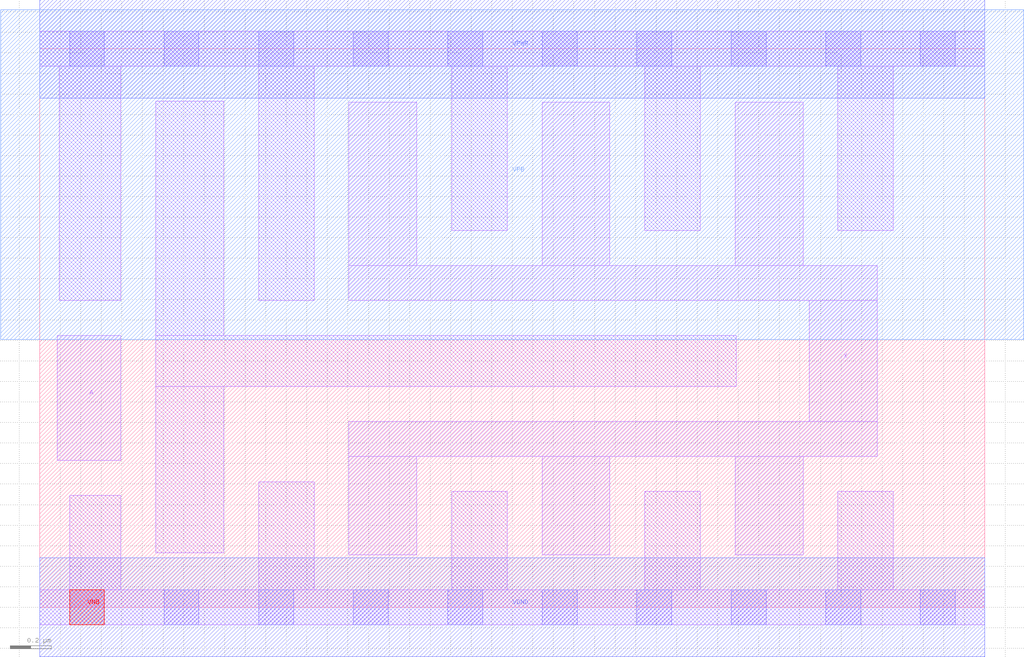
<source format=lef>
# Copyright 2020 The SkyWater PDK Authors
#
# Licensed under the Apache License, Version 2.0 (the "License");
# you may not use this file except in compliance with the License.
# You may obtain a copy of the License at
#
#     https://www.apache.org/licenses/LICENSE-2.0
#
# Unless required by applicable law or agreed to in writing, software
# distributed under the License is distributed on an "AS IS" BASIS,
# WITHOUT WARRANTIES OR CONDITIONS OF ANY KIND, either express or implied.
# See the License for the specific language governing permissions and
# limitations under the License.
#
# SPDX-License-Identifier: Apache-2.0

VERSION 5.7 ;
  NOWIREEXTENSIONATPIN ON ;
  DIVIDERCHAR "/" ;
  BUSBITCHARS "[]" ;
PROPERTYDEFINITIONS
  MACRO maskLayoutSubType STRING ;
  MACRO prCellType STRING ;
  MACRO originalViewName STRING ;
END PROPERTYDEFINITIONS
MACRO sky130_fd_sc_hdll__clkbuf_6
  CLASS CORE ;
  FOREIGN sky130_fd_sc_hdll__clkbuf_6 ;
  ORIGIN  0.000000  0.000000 ;
  SIZE  4.600000 BY  2.720000 ;
  SYMMETRY X Y R90 ;
  SITE unithd ;
  PIN A
    ANTENNAGATEAREA  0.486000 ;
    DIRECTION INPUT ;
    USE SIGNAL ;
    PORT
      LAYER li1 ;
        RECT 0.085000 0.715000 0.395000 1.325000 ;
    END
  END A
  PIN VNB
    PORT
      LAYER pwell ;
        RECT 0.145000 -0.085000 0.315000 0.085000 ;
    END
  END VNB
  PIN VPB
    PORT
      LAYER nwell ;
        RECT -0.190000 1.305000 4.790000 2.910000 ;
    END
  END VPB
  PIN X
    ANTENNADIFFAREA  1.212300 ;
    DIRECTION OUTPUT ;
    USE SIGNAL ;
    PORT
      LAYER li1 ;
        RECT 1.505000 0.255000 1.835000 0.735000 ;
        RECT 1.505000 0.735000 4.075000 0.905000 ;
        RECT 1.505000 1.495000 4.075000 1.665000 ;
        RECT 1.505000 1.665000 1.835000 2.460000 ;
        RECT 2.445000 0.255000 2.775000 0.735000 ;
        RECT 2.445000 1.665000 2.775000 2.460000 ;
        RECT 3.385000 0.255000 3.715000 0.735000 ;
        RECT 3.385000 1.665000 3.715000 2.460000 ;
        RECT 3.745000 0.905000 4.075000 1.495000 ;
    END
  END X
  PIN VGND
    DIRECTION INOUT ;
    USE GROUND ;
    PORT
      LAYER met1 ;
        RECT 0.000000 -0.240000 4.600000 0.240000 ;
    END
  END VGND
  PIN VPWR
    DIRECTION INOUT ;
    USE POWER ;
    PORT
      LAYER met1 ;
        RECT 0.000000 2.480000 4.600000 2.960000 ;
    END
  END VPWR
  OBS
    LAYER li1 ;
      RECT 0.000000 -0.085000 4.600000 0.085000 ;
      RECT 0.000000  2.635000 4.600000 2.805000 ;
      RECT 0.095000  1.495000 0.395000 2.635000 ;
      RECT 0.145000  0.085000 0.395000 0.545000 ;
      RECT 0.565000  0.265000 0.895000 1.075000 ;
      RECT 0.565000  1.075000 3.390000 1.325000 ;
      RECT 0.565000  1.325000 0.895000 2.465000 ;
      RECT 1.065000  0.085000 1.335000 0.610000 ;
      RECT 1.065000  1.495000 1.335000 2.635000 ;
      RECT 2.005000  0.085000 2.275000 0.565000 ;
      RECT 2.005000  1.835000 2.275000 2.635000 ;
      RECT 2.945000  0.085000 3.215000 0.565000 ;
      RECT 2.945000  1.835000 3.215000 2.635000 ;
      RECT 3.885000  0.085000 4.155000 0.565000 ;
      RECT 3.885000  1.835000 4.155000 2.635000 ;
    LAYER mcon ;
      RECT 0.145000 -0.085000 0.315000 0.085000 ;
      RECT 0.145000  2.635000 0.315000 2.805000 ;
      RECT 0.605000 -0.085000 0.775000 0.085000 ;
      RECT 0.605000  2.635000 0.775000 2.805000 ;
      RECT 1.065000 -0.085000 1.235000 0.085000 ;
      RECT 1.065000  2.635000 1.235000 2.805000 ;
      RECT 1.525000 -0.085000 1.695000 0.085000 ;
      RECT 1.525000  2.635000 1.695000 2.805000 ;
      RECT 1.985000 -0.085000 2.155000 0.085000 ;
      RECT 1.985000  2.635000 2.155000 2.805000 ;
      RECT 2.445000 -0.085000 2.615000 0.085000 ;
      RECT 2.445000  2.635000 2.615000 2.805000 ;
      RECT 2.905000 -0.085000 3.075000 0.085000 ;
      RECT 2.905000  2.635000 3.075000 2.805000 ;
      RECT 3.365000 -0.085000 3.535000 0.085000 ;
      RECT 3.365000  2.635000 3.535000 2.805000 ;
      RECT 3.825000 -0.085000 3.995000 0.085000 ;
      RECT 3.825000  2.635000 3.995000 2.805000 ;
      RECT 4.285000 -0.085000 4.455000 0.085000 ;
      RECT 4.285000  2.635000 4.455000 2.805000 ;
  END
  PROPERTY maskLayoutSubType "abstract" ;
  PROPERTY prCellType "standard" ;
  PROPERTY originalViewName "layout" ;
END sky130_fd_sc_hdll__clkbuf_6
END LIBRARY

</source>
